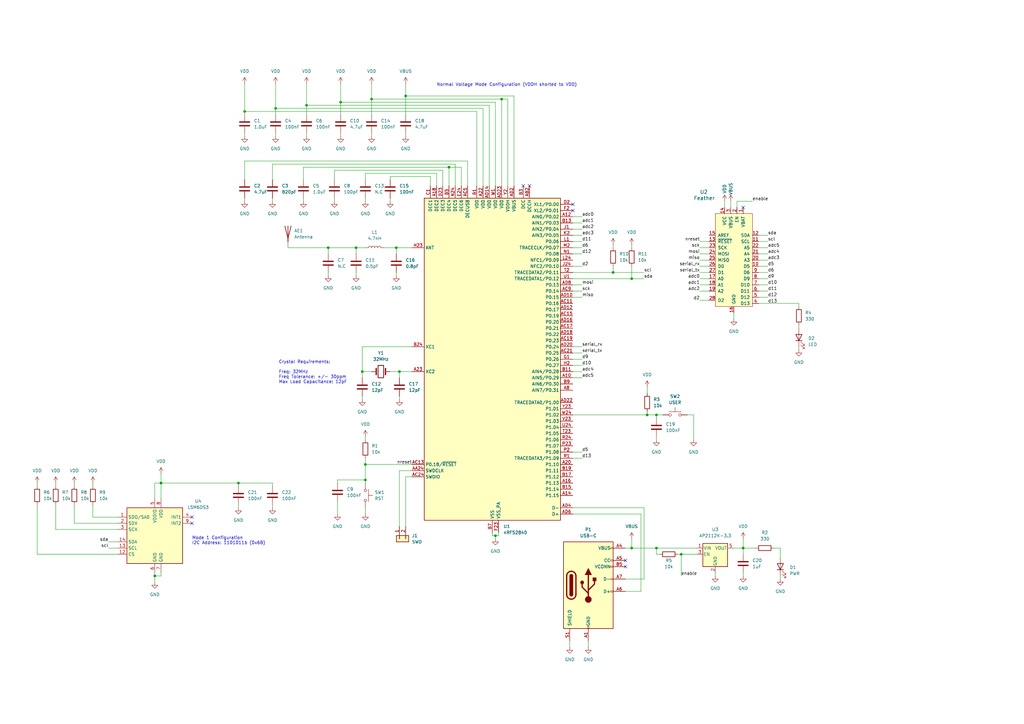
<source format=kicad_sch>
(kicad_sch (version 20211123) (generator eeschema)
  (paper "A3")
  (title_block (title "NRF52840 Dev Board with 2.4 GHz Antenna") (date "2022-05-16") (rev "A") (comment 1 "Author: Natesh Narain"))
  (lib_symbols
    (symbol "Connector:USB_C_Plug_USB2.0" (pin_names (offset 1.016))
      (property "Reference" "P" (at -10.16 19.05 0))
      (property "Value" "USB_C_Plug_USB2.0" (at 12.7 19.05 0))
      (symbol "USB_C_Plug_USB2.0_1_1"
        (pin passive line (at 0 -22.86 90) (length 5.08) (name "GND") (number "A1"))
        (pin passive line (at 0 -22.86 90) (length 5.08) hide (name "GND") (number "A12"))
        (pin passive line (at 15.24 15.24 180) (length 5.08) (name "VBUS") (number "A4"))
        (pin bidirectional line (at 15.24 10.16 180) (length 5.08) (name "CC") (number "A5"))
        (pin bidirectional line (at 15.24 -2.54 180) (length 5.08) (name "D+") (number "A6"))
        (pin bidirectional line (at 15.24 2.54 180) (length 5.08) (name "D-") (number "A7"))
        (pin passive line (at 15.24 15.24 180) (length 5.08) hide (name "VBUS") (number "A9"))
        (pin passive line (at 0 -22.86 90) (length 5.08) hide (name "GND") (number "B1"))
        (pin passive line (at 0 -22.86 90) (length 5.08) hide (name "GND") (number "B12"))
        (pin passive line (at 15.24 15.24 180) (length 5.08) hide (name "VBUS") (number "B4"))
        (pin bidirectional line (at 15.24 7.62 180) (length 5.08) (name "VCONN") (number "B5"))
        (pin passive line (at 15.24 15.24 180) (length 5.08) hide (name "VBUS") (number "B9"))
        (pin passive line (at -7.62 -22.86 90) (length 5.08) (name "SHIELD") (number "S1"))
      )
    )
    (symbol "Connector_Generic:Conn_01x02" (pin_names (offset 1.016) hide)
      (property "Reference" "J" (at 0 2.54 0))
      (property "Value" "Conn_01x02" (at 0 -5.08 0))
      (symbol "Conn_01x02_1_1"
        (pin passive line (at -5.08 0 0) (length 3.81) (name "Pin_1") (number "1"))
        (pin passive line (at -5.08 -2.54 0) (length 3.81) (name "Pin_2") (number "2"))
      )
    )
    (symbol "Device:Antenna" (pin_numbers hide) (pin_names (offset 1.016) hide)
      (property "Reference" "AE" (at -1.905 1.905 0))
      (property "Value" "Antenna" (at -1.905 0 0))
      (symbol "Antenna_1_1"
        (pin input line (at 0 -5.08 90) (length 2.54) (name "A") (number "1"))
      )
    )
    (symbol "Device:C" (pin_numbers hide) (pin_names (offset 0.254))
      (property "Reference" "C" (at 0.635 2.54 0))
      (property "Value" "C" (at 0.635 -2.54 0))
      (symbol "C_1_1"
        (pin passive line (at 0 3.81 270) (length 2.794) (name "~") (number "1"))
        (pin passive line (at 0 -3.81 90) (length 2.794) (name "~") (number "2"))
      )
    )
    (symbol "Device:Crystal" (pin_numbers hide) (pin_names (offset 1.016) hide)
      (property "Reference" "Y" (at 0 3.81 0))
      (property "Value" "Crystal" (at 0 -3.81 0))
      (symbol "Crystal_1_1"
        (pin passive line (at -3.81 0 0) (length 1.27) (name "1") (number "1"))
        (pin passive line (at 3.81 0 180) (length 1.27) (name "2") (number "2"))
      )
    )
    (symbol "Device:L" (pin_numbers hide) (pin_names (offset 1.016) hide)
      (property "Reference" "L" (at -1.27 0 90))
      (property "Value" "L" (at 1.905 0 90))
      (symbol "L_1_1"
        (pin passive line (at 0 3.81 270) (length 1.27) (name "1") (number "1"))
        (pin passive line (at 0 -3.81 90) (length 1.27) (name "2") (number "2"))
      )
    )
    (symbol "Device:LED" (pin_numbers hide) (pin_names (offset 1.016) hide)
      (property "Reference" "D" (at 0 2.54 0))
      (property "Value" "LED" (at 0 -2.54 0))
      (symbol "LED_1_1"
        (pin passive line (at -3.81 0 0) (length 2.54) (name "K") (number "1"))
        (pin passive line (at 3.81 0 180) (length 2.54) (name "A") (number "2"))
      )
    )
    (symbol "Device:R" (pin_numbers hide) (pin_names (offset 0))
      (property "Reference" "R" (at 2.032 0 90))
      (property "Value" "R" (at 0 0 90))
      (symbol "R_1_1"
        (pin passive line (at 0 3.81 270) (length 1.27) (name "~") (number "1"))
        (pin passive line (at 0 -3.81 90) (length 1.27) (name "~") (number "2"))
      )
    )
    (symbol "MCU_Nordic:nRF52840"
      (property "Reference" "U1" (at 4.5594 -68.58 0))
      (property "Value" "nRF52840" (at 4.5594 -71.12 0))
      (symbol "nRF52840_1_1"
        (pin bidirectional line (at 33.02 -7.62 180) (length 5.08) (name "AIN5/P0.29") (number "A10"))
        (pin bidirectional line (at 33.02 58.42 180) (length 5.08) (name "AIN0/P0.02") (number "A12"))
        (pin bidirectional line (at 33.02 -55.88 180) (length 5.08) (name "P1.15") (number "A14"))
        (pin bidirectional line (at 33.02 -50.8 180) (length 5.08) (name "P1.13") (number "A16"))
        (pin passive line (at -22.86 71.12 270) (length 5.08) (name "DEC2") (number "A18"))
        (pin bidirectional line (at 33.02 -43.18 180) (length 5.08) (name "P1.10") (number "A20"))
        (pin power_in line (at -3.81 71.12 270) (length 5.08) (name "VDD") (number "A22"))
        (pin input line (at -33.02 -5.08 0) (length 5.08) (name "XC2") (number "A23"))
        (pin bidirectional line (at 33.02 -12.7 180) (length 5.08) (name "AIN7/P0.31") (number "A8"))
        (pin input line (at -33.02 -45.72 0) (length 5.08) (name "SWDCLK") (number "AA24"))
        (pin power_out line (at 15.24 71.12 270) (length 5.08) (name "DCCH") (number "AB2"))
        (pin bidirectional line (at 33.02 22.86 180) (length 5.08) (name "P0.16") (number "AC11"))
        (pin bidirectional line (at -33.02 -43.18 0) (length 5.08) (name "P0.18/~{RESET}") (number "AC13"))
        (pin bidirectional line (at 33.02 17.78 180) (length 5.08) (name "P0.19") (number "AC15"))
        (pin bidirectional line (at 33.02 12.7 180) (length 5.08) (name "P0.21") (number "AC17"))
        (pin bidirectional line (at 33.02 7.62 180) (length 5.08) (name "P0.23") (number "AC19"))
        (pin bidirectional line (at 33.02 2.54 180) (length 5.08) (name "P0.25") (number "AC21"))
        (pin bidirectional line (at -33.02 -48.26 0) (length 5.08) (name "SWDIO") (number "AC24"))
        (pin passive line (at -10.16 71.12 270) (length 5.08) (name "DECUSB") (number "AC5"))
        (pin bidirectional line (at 33.02 27.94 180) (length 5.08) (name "P0.14") (number "AC9"))
        (pin bidirectional line (at 33.02 25.4 180) (length 5.08) (name "P0.15") (number "AD10"))
        (pin bidirectional line (at 33.02 20.32 180) (length 5.08) (name "P0.17") (number "AD12"))
        (pin passive line (at -1.27 71.12 270) (length 5.08) (name "VDD") (number "AD14"))
        (pin bidirectional line (at 33.02 15.24 180) (length 5.08) (name "P0.20") (number "AD16"))
        (pin bidirectional line (at 33.02 10.16 180) (length 5.08) (name "P0.22") (number "AD18"))
        (pin power_in line (at 8.89 71.12 270) (length 5.08) (name "VBUS") (number "AD2"))
        (pin bidirectional line (at 33.02 5.08 180) (length 5.08) (name "P0.24") (number "AD20"))
        (pin bidirectional line (at 33.02 -17.78 180) (length 5.08) (name "TRACEDATA0/P1.00") (number "AD22"))
        (pin passive line (at 3.81 71.12 270) (length 5.08) (name "VDD") (number "AD23"))
        (pin bidirectional line (at 33.02 -60.96 180) (length 5.08) (name "D-") (number "AD4"))
        (pin bidirectional line (at 33.02 -63.5 180) (length 5.08) (name "D+") (number "AD6"))
        (pin bidirectional line (at 33.02 30.48 180) (length 5.08) (name "P0.13") (number "AD8"))
        (pin power_in line (at -6.35 71.12 270) (length 5.08) (name "VDD") (number "B1"))
        (pin bidirectional line (at 33.02 -5.08 180) (length 5.08) (name "AIN4/P0.28") (number "B11"))
        (pin bidirectional line (at 33.02 55.88 180) (length 5.08) (name "AIN1/P0.03") (number "B13"))
        (pin bidirectional line (at 33.02 -53.34 180) (length 5.08) (name "P1.14") (number "B15"))
        (pin bidirectional line (at 33.02 -48.26 180) (length 5.08) (name "P1.12") (number "B17"))
        (pin bidirectional line (at 33.02 -45.72 180) (length 5.08) (name "P1.11") (number "B19"))
        (pin input line (at -33.02 5.08 0) (length 5.08) (name "XC1") (number "B24"))
        (pin power_out line (at 12.7 71.12 270) (length 5.08) (name "DCC") (number "B3"))
        (pin passive line (at -17.78 71.12 270) (length 5.08) (name "DEC4") (number "B5"))
        (pin power_in line (at 0 -71.12 90) (length 5.08) (name "VSS") (number "B7"))
        (pin bidirectional line (at 33.02 -10.16 180) (length 5.08) (name "AIN6/P0.30") (number "B9"))
        (pin passive line (at -25.4 71.12 270) (length 5.08) (name "DEC1") (number "C1"))
        (pin bidirectional line (at 33.02 63.5 180) (length 5.08) (name "XL1/P0.00") (number "D2"))
        (pin passive line (at -20.32 71.12 270) (length 5.08) (name "DEC3") (number "D23"))
        (pin passive line (at -12.7 71.12 270) (length 5.08) (name "DEC6") (number "E24"))
        (pin passive line (at 0 -71.12 90) (length 5.08) hide (name "VSS") (number "EP"))
        (pin bidirectional line (at 33.02 60.96 180) (length 5.08) (name "XL2/P0.01") (number "F2"))
        (pin power_in line (at 2.54 -71.12 90) (length 5.08) (name "VSS_PA") (number "F23"))
        (pin bidirectional line (at 33.02 0 180) (length 5.08) (name "P0.26") (number "G1"))
        (pin bidirectional line (at 33.02 -2.54 180) (length 5.08) (name "P0.27") (number "H2"))
        (pin passive line (at -33.02 45.72 0) (length 5.08) (name "ANT") (number "H23"))
        (pin bidirectional line (at 33.02 53.34 180) (length 5.08) (name "AIN2/P0.04") (number "J1"))
        (pin bidirectional line (at 33.02 38.1 180) (length 5.08) (name "NFC2/P0.10") (number "J24"))
        (pin bidirectional line (at 33.02 50.8 180) (length 5.08) (name "AIN3/P0.05") (number "K2"))
        (pin bidirectional line (at 33.02 48.26 180) (length 5.08) (name "P0.06") (number "L1"))
        (pin bidirectional line (at 33.02 40.64 180) (length 5.08) (name "NFC1/P0.09") (number "L24"))
        (pin bidirectional line (at 33.02 45.72 180) (length 5.08) (name "TRACECLK/P0.07") (number "M2"))
        (pin bidirectional line (at 33.02 43.18 180) (length 5.08) (name "P0.08") (number "N1"))
        (pin passive line (at -15.24 71.12 270) (length 5.08) (name "DEC5") (number "N24"))
        (pin bidirectional line (at 33.02 -38.1 180) (length 5.08) (name "P1.08") (number "P2"))
        (pin bidirectional line (at 33.02 -35.56 180) (length 5.08) (name "P1.07") (number "P23"))
        (pin bidirectional line (at 33.02 -40.64 180) (length 5.08) (name "TRACEDATA3/P1.09") (number "R1"))
        (pin bidirectional line (at 33.02 -33.02 180) (length 5.08) (name "P1.06") (number "R24"))
        (pin bidirectional line (at 33.02 35.56 180) (length 5.08) (name "TRACEDATA2/P0.11") (number "T2"))
        (pin bidirectional line (at 33.02 -30.48 180) (length 5.08) (name "P1.05") (number "T23"))
        (pin bidirectional line (at 33.02 33.02 180) (length 5.08) (name "TRACEDATA1/P0.12") (number "U1"))
        (pin bidirectional line (at 33.02 -27.94 180) (length 5.08) (name "P1.04") (number "U24"))
        (pin bidirectional line (at 33.02 -25.4 180) (length 5.08) (name "P1.03") (number "V23"))
        (pin passive line (at 1.27 71.12 270) (length 5.08) (name "VDD") (number "W1"))
        (pin bidirectional line (at 33.02 -22.86 180) (length 5.08) (name "P1.02") (number "W24"))
        (pin power_in line (at 6.35 71.12 270) (length 5.08) (name "VDDH") (number "Y2"))
        (pin bidirectional line (at 33.02 -20.32 180) (length 5.08) (name "P1.01") (number "Y23"))
      )
    )
    (symbol "Regulator_Linear:AP2112K-3.3" (pin_names (offset 0.254))
      (property "Reference" "U" (at -5.08 5.715 0))
      (property "Value" "AP2112K-3.3" (at 0 5.715 0))
      (symbol "AP2112K-3.3_1_1"
        (pin power_in line (at -7.62 2.54 0) (length 2.54) (name "VIN") (number "1"))
        (pin power_in line (at 0 -7.62 90) (length 2.54) (name "GND") (number "2"))
        (pin input line (at -7.62 0 0) (length 2.54) (name "EN") (number "3"))
        (pin no_connect line (at 5.08 0 180) (length 2.54) hide (name "NC") (number "4"))
        (pin power_out line (at 7.62 2.54 180) (length 2.54) (name "VOUT") (number "5"))
      )
    )
    (symbol "Sensor_Motion:LSM6DS3"
      (property "Reference" "U" (at -11.43 15.24 0))
      (property "Value" "LSM6DS3" (at -11.43 12.7 0))
      (symbol "LSM6DS3_1_1"
        (pin bidirectional line (at -15.24 7.62 0) (length 3.81) (name "SDO/SA0") (number "1"))
        (pin no_connect line (at 10.16 -5.08 180) (length 3.81) hide (name "NC") (number "10"))
        (pin no_connect line (at 10.16 -2.54 180) (length 3.81) hide (name "NC") (number "11"))
        (pin input line (at -15.24 -7.62 0) (length 3.81) (name "CS") (number "12"))
        (pin input line (at -15.24 -5.08 0) (length 3.81) (name "SCL") (number "13"))
        (pin bidirectional line (at -15.24 -2.54 0) (length 3.81) (name "SDA") (number "14"))
        (pin bidirectional line (at -15.24 5.08 0) (length 3.81) (name "SDX") (number "2"))
        (pin input line (at -15.24 2.54 0) (length 3.81) (name "SCX") (number "3"))
        (pin output line (at 15.24 7.62 180) (length 3.81) (name "INT1") (number "4"))
        (pin power_in line (at 0 15.24 270) (length 3.81) (name "VDDIO") (number "5"))
        (pin power_in line (at 0 -15.24 90) (length 3.81) (name "GND") (number "6"))
        (pin power_in line (at 2.54 -15.24 90) (length 3.81) (name "GND") (number "7"))
        (pin power_in line (at 2.54 15.24 270) (length 3.81) (name "VDD") (number "8"))
        (pin output line (at 15.24 5.08 180) (length 3.81) (name "INT2") (number "9"))
      )
    )
    (symbol "Switch:SW_Push" (pin_numbers hide) (pin_names (offset 1.016) hide)
      (property "Reference" "SW" (at 1.27 2.54 0))
      (property "Value" "SW_Push" (at 0 -1.524 0))
      (symbol "SW_Push_0_1"
        (pin passive line (at -5.08 0 0) (length 2.54) (name "1") (number "1"))
        (pin passive line (at 5.08 0 180) (length 2.54) (name "2") (number "2"))
      )
    )
    (symbol "adafruit:Feather" (pin_names (offset 1.016))
      (property "Reference" "U" (at 10.16 21.59 0))
      (property "Value" "Feather" (at 10.16 24.13 0))
      (symbol "Feather_1_1"
        (pin power_in line (at 3.81 20.32 270) (length 2.54) (name "VBAT") (number "1"))
        (pin bidirectional line (at 10.16 -3.81 180) (length 2.54) (name "D5") (number "10"))
        (pin bidirectional line (at 10.16 6.35 180) (length 2.54) (name "SCL") (number "11"))
        (pin bidirectional line (at 10.16 8.89 180) (length 2.54) (name "SDA") (number "12"))
        (pin input line (at -10.16 6.35 0) (length 2.54) (name "~{RESET}") (number "13"))
        (pin power_in line (at -3.81 20.32 270) (length 2.54) (name "VCC") (number "14"))
        (pin input line (at -10.16 8.89 0) (length 2.54) (name "AREF") (number "15"))
        (pin power_out line (at 0 -22.86 90) (length 2.54) (name "GND") (number "16"))
        (pin bidirectional line (at -10.16 -8.89 0) (length 2.54) (name "A0") (number "17"))
        (pin bidirectional line (at -10.16 -11.43 0) (length 2.54) (name "A1") (number "18"))
        (pin bidirectional line (at -10.16 -13.97 0) (length 2.54) (name "A2") (number "19"))
        (pin input line (at 1.27 20.32 270) (length 2.54) (name "EN") (number "2"))
        (pin bidirectional line (at 10.16 -1.27 180) (length 2.54) (name "A3") (number "20"))
        (pin bidirectional line (at 10.16 1.27 180) (length 2.54) (name "A4") (number "21"))
        (pin bidirectional line (at 10.16 3.81 180) (length 2.54) (name "A5") (number "22"))
        (pin bidirectional line (at -10.16 3.81 0) (length 2.54) (name "SCK") (number "23"))
        (pin bidirectional line (at -10.16 1.27 0) (length 2.54) (name "MOSI") (number "24"))
        (pin bidirectional line (at -10.16 -1.27 0) (length 2.54) (name "MISO") (number "25"))
        (pin bidirectional line (at -10.16 -3.81 0) (length 2.54) (name "D0") (number "26"))
        (pin bidirectional line (at -10.16 -6.35 0) (length 2.54) (name "D1") (number "27"))
        (pin bidirectional line (at -10.16 -17.78 0) (length 2.54) (name "D2") (number "28"))
        (pin power_out line (at -1.27 20.32 270) (length 2.54) (name "VBUS") (number "3"))
        (pin bidirectional line (at 10.16 -19.05 180) (length 2.54) (name "D13") (number "4"))
        (pin bidirectional line (at 10.16 -16.51 180) (length 2.54) (name "D12") (number "5"))
        (pin bidirectional line (at 10.16 -13.97 180) (length 2.54) (name "D11") (number "6"))
        (pin bidirectional line (at 10.16 -11.43 180) (length 2.54) (name "D10") (number "7"))
        (pin bidirectional line (at 10.16 -8.89 180) (length 2.54) (name "D9") (number "8"))
        (pin bidirectional line (at 10.16 -6.35 180) (length 2.54) (name "D6") (number "9"))
      )
    )
    (symbol "power:GND" (power) (pin_names (offset 0))
      (property "Value" "GND" (at 0 -3.81 0))
      (symbol "GND_1_1"
        (pin power_in line (at 0 0 270) (length 0) hide (name "GND") (number "1"))
      )
    )
    (symbol "power:VBUS" (power) (pin_names (offset 0))
      (property "Value" "VBUS" (at 0 3.81 0))
      (symbol "VBUS_1_1"
        (pin power_in line (at 0 0 90) (length 0) hide (name "VBUS") (number "1"))
      )
    )
    (symbol "power:VDD" (power) (pin_names (offset 0))
      (property "Value" "VDD" (at 0 3.81 0))
      (symbol "VDD_1_1"
        (pin power_in line (at 0 0 90) (length 0) hide (name "VDD") (number "1"))
      )
    )
  )
  (junction (at 162.56 101.6))
  (junction (at 148.59 152.4))
  (junction (at 149.86 190.5))
  (junction (at 97.79 198.12))
  (junction (at 265.43 170.18))
  (junction (at 139.7 41.91))
  (junction (at 134.62 101.6))
  (junction (at 259.08 114.3))
  (junction (at 125.73 43.18))
  (junction (at 149.86 196.85))
  (junction (at 152.4 40.64))
  (junction (at 205.74 40.64))
  (junction (at 63.5 236.22))
  (junction (at 304.8 224.79))
  (junction (at 146.05 101.6))
  (junction (at 203.2 219.71))
  (junction (at 166.37 39.37))
  (junction (at 251.46 111.76))
  (junction (at 269.24 224.79))
  (junction (at 113.03 44.45))
  (junction (at 66.04 198.12))
  (junction (at 184.15 68.58))
  (junction (at 279.4 227.33))
  (junction (at 269.24 170.18))
  (junction (at 259.08 224.79))
  (junction (at 163.83 152.4))
  (junction (at 100.33 45.72))
  (no_connect (at 78.74 214.63))
  (no_connect (at 78.74 212.09))
  (no_connect (at 217.17 76.2))
  (no_connect (at 234.95 83.82))
  (no_connect (at 234.95 86.36))
  (no_connect (at 304.8 85.09))
  (no_connect (at 214.63 76.2))
  (no_connect (at 256.54 232.41))
  (no_connect (at 256.54 229.87))
  (wire (pts (xy 15.24 227.33) (xy 48.26 227.33)))
  (wire (pts (xy 279.4 227.33) (xy 285.75 227.33)))
  (wire (pts (xy 320.04 224.79) (xy 320.04 228.6)))
  (wire (pts (xy 234.95 88.9) (xy 238.76 88.9)))
  (wire (pts (xy 234.95 93.98) (xy 238.76 93.98)))
  (wire (pts (xy 317.5 224.79) (xy 320.04 224.79)))
  (wire (pts (xy 234.95 121.92) (xy 238.76 121.92)))
  (wire (pts (xy 200.66 43.18) (xy 125.73 43.18)))
  (wire (pts (xy 201.93 219.71) (xy 203.2 219.71)))
  (wire (pts (xy 63.5 198.12) (xy 66.04 198.12)))
  (wire (pts (xy 15.24 198.12) (xy 15.24 199.39)))
  (wire (pts (xy 264.16 208.28) (xy 264.16 237.49)))
  (wire (pts (xy 100.33 34.29) (xy 100.33 45.72)))
  (wire (pts (xy 311.15 124.46) (xy 327.66 124.46)))
  (wire (pts (xy 256.54 224.79) (xy 259.08 224.79)))
  (wire (pts (xy 66.04 198.12) (xy 66.04 204.47)))
  (wire (pts (xy 166.37 54.61) (xy 166.37 55.88)))
  (wire (pts (xy 259.08 100.33) (xy 259.08 101.6)))
  (wire (pts (xy 44.45 224.79) (xy 48.26 224.79)))
  (wire (pts (xy 163.83 152.4) (xy 168.91 152.4)))
  (wire (pts (xy 137.16 81.28) (xy 137.16 82.55)))
  (wire (pts (xy 66.04 194.31) (xy 66.04 198.12)))
  (wire (pts (xy 146.05 101.6) (xy 146.05 104.14)))
  (wire (pts (xy 259.08 109.22) (xy 259.08 114.3)))
  (wire (pts (xy 234.95 96.52) (xy 238.76 96.52)))
  (wire (pts (xy 200.66 76.2) (xy 200.66 43.18)))
  (wire (pts (xy 269.24 227.33) (xy 269.24 224.79)))
  (wire (pts (xy 38.1 212.09) (xy 38.1 207.01)))
  (wire (pts (xy 163.83 162.56) (xy 163.83 163.83)))
  (wire (pts (xy 311.15 114.3) (xy 314.96 114.3)))
  (wire (pts (xy 311.15 104.14) (xy 314.96 104.14)))
  (wire (pts (xy 287.02 109.22) (xy 290.83 109.22)))
  (wire (pts (xy 311.15 101.6) (xy 314.96 101.6)))
  (wire (pts (xy 287.02 111.76) (xy 290.83 111.76)))
  (wire (pts (xy 149.86 196.85) (xy 149.86 190.5)))
  (wire (pts (xy 210.82 39.37) (xy 166.37 39.37)))
  (wire (pts (xy 38.1 198.12) (xy 38.1 199.39)))
  (wire (pts (xy 124.46 81.28) (xy 124.46 82.55)))
  (wire (pts (xy 269.24 170.18) (xy 269.24 171.45)))
  (wire (pts (xy 152.4 34.29) (xy 152.4 40.64)))
  (wire (pts (xy 168.91 101.6) (xy 162.56 101.6)))
  (wire (pts (xy 184.15 68.58) (xy 184.15 76.2)))
  (wire (pts (xy 311.15 119.38) (xy 314.96 119.38)))
  (wire (pts (xy 100.33 45.72) (xy 100.33 46.99)))
  (wire (pts (xy 63.5 198.12) (xy 63.5 204.47)))
  (wire (pts (xy 148.59 142.24) (xy 148.59 152.4)))
  (wire (pts (xy 320.04 236.22) (xy 320.04 237.49)))
  (wire (pts (xy 138.43 205.74) (xy 138.43 210.82)))
  (wire (pts (xy 66.04 236.22) (xy 63.5 236.22)))
  (wire (pts (xy 259.08 220.98) (xy 259.08 224.79)))
  (wire (pts (xy 304.8 224.79) (xy 304.8 227.33)))
  (wire (pts (xy 111.76 81.28) (xy 111.76 82.55)))
  (wire (pts (xy 284.48 170.18) (xy 284.48 180.34)))
  (wire (pts (xy 234.95 116.84) (xy 238.76 116.84)))
  (wire (pts (xy 168.91 193.04) (xy 163.83 193.04)))
  (wire (pts (xy 311.15 111.76) (xy 314.96 111.76)))
  (wire (pts (xy 134.62 101.6) (xy 134.62 104.14)))
  (wire (pts (xy 204.47 219.71) (xy 203.2 219.71)))
  (wire (pts (xy 234.95 149.86) (xy 238.76 149.86)))
  (wire (pts (xy 234.95 210.82) (xy 262.89 210.82)))
  (wire (pts (xy 234.95 187.96) (xy 238.76 187.96)))
  (wire (pts (xy 118.11 100.33) (xy 118.11 101.6)))
  (wire (pts (xy 113.03 44.45) (xy 113.03 46.99)))
  (wire (pts (xy 311.15 116.84) (xy 314.96 116.84)))
  (wire (pts (xy 269.24 170.18) (xy 271.78 170.18)))
  (wire (pts (xy 304.8 220.98) (xy 304.8 224.79)))
  (wire (pts (xy 157.48 101.6) (xy 162.56 101.6)))
  (wire (pts (xy 166.37 195.58) (xy 166.37 215.9)))
  (wire (pts (xy 234.95 208.28) (xy 264.16 208.28)))
  (wire (pts (xy 138.43 196.85) (xy 149.86 196.85)))
  (wire (pts (xy 100.33 81.28) (xy 100.33 82.55)))
  (wire (pts (xy 160.02 72.39) (xy 160.02 73.66)))
  (wire (pts (xy 15.24 227.33) (xy 15.24 207.01)))
  (wire (pts (xy 302.26 82.55) (xy 302.26 85.09)))
  (wire (pts (xy 251.46 111.76) (xy 264.16 111.76)))
  (wire (pts (xy 113.03 34.29) (xy 113.03 44.45)))
  (wire (pts (xy 160.02 81.28) (xy 160.02 82.55)))
  (wire (pts (xy 181.61 76.2) (xy 181.61 69.85)))
  (wire (pts (xy 111.76 207.01) (xy 111.76 208.28)))
  (wire (pts (xy 299.72 82.55) (xy 299.72 85.09)))
  (wire (pts (xy 66.04 234.95) (xy 66.04 236.22)))
  (wire (pts (xy 30.48 198.12) (xy 30.48 199.39)))
  (wire (pts (xy 265.43 168.91) (xy 265.43 170.18)))
  (wire (pts (xy 149.86 101.6) (xy 146.05 101.6)))
  (wire (pts (xy 139.7 34.29) (xy 139.7 41.91)))
  (wire (pts (xy 287.02 99.06) (xy 290.83 99.06)))
  (wire (pts (xy 163.83 193.04) (xy 163.83 215.9)))
  (wire (pts (xy 22.86 198.12) (xy 22.86 199.39)))
  (wire (pts (xy 203.2 76.2) (xy 203.2 41.91)))
  (wire (pts (xy 234.95 142.24) (xy 238.76 142.24)))
  (wire (pts (xy 195.58 76.2) (xy 195.58 45.72)))
  (wire (pts (xy 149.86 71.12) (xy 149.86 73.66)))
  (wire (pts (xy 201.93 218.44) (xy 201.93 219.71)))
  (wire (pts (xy 63.5 234.95) (xy 63.5 236.22)))
  (wire (pts (xy 198.12 76.2) (xy 198.12 44.45)))
  (wire (pts (xy 327.66 124.46) (xy 327.66 125.73)))
  (wire (pts (xy 166.37 39.37) (xy 166.37 46.99)))
  (wire (pts (xy 149.86 187.96) (xy 149.86 190.5)))
  (wire (pts (xy 311.15 109.22) (xy 314.96 109.22)))
  (wire (pts (xy 203.2 41.91) (xy 139.7 41.91)))
  (wire (pts (xy 137.16 69.85) (xy 137.16 73.66)))
  (wire (pts (xy 204.47 218.44) (xy 204.47 219.71)))
  (wire (pts (xy 166.37 34.29) (xy 166.37 39.37)))
  (wire (pts (xy 300.99 128.27) (xy 300.99 130.81)))
  (wire (pts (xy 168.91 142.24) (xy 148.59 142.24)))
  (wire (pts (xy 234.95 101.6) (xy 238.76 101.6)))
  (wire (pts (xy 152.4 54.61) (xy 152.4 55.88)))
  (wire (pts (xy 186.69 67.31) (xy 111.76 67.31)))
  (wire (pts (xy 139.7 41.91) (xy 139.7 46.99)))
  (wire (pts (xy 311.15 106.68) (xy 314.96 106.68)))
  (wire (pts (xy 269.24 179.07) (xy 269.24 180.34)))
  (wire (pts (xy 139.7 54.61) (xy 139.7 55.88)))
  (wire (pts (xy 264.16 237.49) (xy 256.54 237.49)))
  (wire (pts (xy 100.33 66.04) (xy 100.33 73.66)))
  (wire (pts (xy 269.24 224.79) (xy 285.75 224.79)))
  (wire (pts (xy 97.79 198.12) (xy 66.04 198.12)))
  (wire (pts (xy 234.95 185.42) (xy 238.76 185.42)))
  (wire (pts (xy 234.95 111.76) (xy 251.46 111.76)))
  (wire (pts (xy 278.13 227.33) (xy 279.4 227.33)))
  (wire (pts (xy 124.46 68.58) (xy 124.46 73.66)))
  (wire (pts (xy 149.86 198.12) (xy 149.86 196.85)))
  (wire (pts (xy 163.83 152.4) (xy 163.83 154.94)))
  (wire (pts (xy 287.02 123.19) (xy 290.83 123.19)))
  (wire (pts (xy 179.07 76.2) (xy 179.07 71.12)))
  (wire (pts (xy 241.3 262.89) (xy 241.3 265.43)))
  (wire (pts (xy 293.37 234.95) (xy 293.37 236.22)))
  (wire (pts (xy 186.69 76.2) (xy 186.69 67.31)))
  (wire (pts (xy 160.02 152.4) (xy 163.83 152.4)))
  (wire (pts (xy 149.86 179.07) (xy 149.86 180.34)))
  (wire (pts (xy 234.95 144.78) (xy 238.76 144.78)))
  (wire (pts (xy 304.8 234.95) (xy 304.8 236.22)))
  (wire (pts (xy 279.4 227.33) (xy 279.4 236.22)))
  (wire (pts (xy 134.62 101.6) (xy 118.11 101.6)))
  (wire (pts (xy 146.05 101.6) (xy 134.62 101.6)))
  (wire (pts (xy 191.77 66.04) (xy 100.33 66.04)))
  (wire (pts (xy 297.18 82.55) (xy 297.18 85.09)))
  (wire (pts (xy 125.73 34.29) (xy 125.73 43.18)))
  (wire (pts (xy 149.86 81.28) (xy 149.86 82.55)))
  (wire (pts (xy 302.26 82.55) (xy 308.61 82.55)))
  (wire (pts (xy 152.4 40.64) (xy 152.4 46.99)))
  (wire (pts (xy 148.59 152.4) (xy 148.59 154.94)))
  (wire (pts (xy 195.58 45.72) (xy 100.33 45.72)))
  (wire (pts (xy 311.15 96.52) (xy 314.96 96.52)))
  (wire (pts (xy 287.02 101.6) (xy 290.83 101.6)))
  (wire (pts (xy 287.02 116.84) (xy 290.83 116.84)))
  (wire (pts (xy 191.77 76.2) (xy 191.77 66.04)))
  (wire (pts (xy 148.59 162.56) (xy 148.59 163.83)))
  (wire (pts (xy 234.95 104.14) (xy 238.76 104.14)))
  (wire (pts (xy 203.2 219.71) (xy 203.2 220.98)))
  (wire (pts (xy 327.66 142.24) (xy 327.66 143.51)))
  (wire (pts (xy 97.79 207.01) (xy 97.79 208.28)))
  (wire (pts (xy 111.76 198.12) (xy 97.79 198.12)))
  (wire (pts (xy 304.8 224.79) (xy 309.88 224.79)))
  (wire (pts (xy 162.56 101.6) (xy 162.56 104.14)))
  (wire (pts (xy 138.43 196.85) (xy 138.43 198.12)))
  (wire (pts (xy 63.5 236.22) (xy 63.5 238.76)))
  (wire (pts (xy 189.23 76.2) (xy 189.23 68.58)))
  (wire (pts (xy 281.94 170.18) (xy 284.48 170.18)))
  (wire (pts (xy 208.28 40.64) (xy 205.74 40.64)))
  (wire (pts (xy 160.02 72.39) (xy 176.53 72.39)))
  (wire (pts (xy 234.95 114.3) (xy 259.08 114.3)))
  (wire (pts (xy 97.79 199.39) (xy 97.79 198.12)))
  (wire (pts (xy 149.86 208.28) (xy 149.86 210.82)))
  (wire (pts (xy 270.51 227.33) (xy 269.24 227.33)))
  (wire (pts (xy 265.43 170.18) (xy 269.24 170.18)))
  (wire (pts (xy 311.15 99.06) (xy 314.96 99.06)))
  (wire (pts (xy 149.86 190.5) (xy 168.91 190.5)))
  (wire (pts (xy 125.73 43.18) (xy 125.73 46.99)))
  (wire (pts (xy 176.53 76.2) (xy 176.53 72.39)))
  (wire (pts (xy 287.02 119.38) (xy 290.83 119.38)))
  (wire (pts (xy 208.28 76.2) (xy 208.28 40.64)))
  (wire (pts (xy 111.76 199.39) (xy 111.76 198.12)))
  (wire (pts (xy 287.02 106.68) (xy 290.83 106.68)))
  (wire (pts (xy 234.95 170.18) (xy 265.43 170.18)))
  (wire (pts (xy 287.02 114.3) (xy 290.83 114.3)))
  (wire (pts (xy 30.48 214.63) (xy 30.48 207.01)))
  (wire (pts (xy 100.33 54.61) (xy 100.33 55.88)))
  (wire (pts (xy 179.07 71.12) (xy 149.86 71.12)))
  (wire (pts (xy 48.26 217.17) (xy 22.86 217.17)))
  (wire (pts (xy 234.95 109.22) (xy 238.76 109.22)))
  (wire (pts (xy 205.74 76.2) (xy 205.74 40.64)))
  (wire (pts (xy 134.62 111.76) (xy 134.62 113.03)))
  (wire (pts (xy 265.43 158.75) (xy 265.43 161.29)))
  (wire (pts (xy 234.95 147.32) (xy 238.76 147.32)))
  (wire (pts (xy 233.68 262.89) (xy 233.68 265.43)))
  (wire (pts (xy 146.05 111.76) (xy 146.05 113.03)))
  (wire (pts (xy 181.61 69.85) (xy 137.16 69.85)))
  (wire (pts (xy 234.95 152.4) (xy 238.76 152.4)))
  (wire (pts (xy 48.26 212.09) (xy 38.1 212.09)))
  (wire (pts (xy 168.91 195.58) (xy 166.37 195.58)))
  (wire (pts (xy 162.56 111.76) (xy 162.56 113.03)))
  (wire (pts (xy 287.02 104.14) (xy 290.83 104.14)))
  (wire (pts (xy 234.95 154.94) (xy 238.76 154.94)))
  (wire (pts (xy 234.95 91.44) (xy 238.76 91.44)))
  (wire (pts (xy 189.23 68.58) (xy 184.15 68.58)))
  (wire (pts (xy 152.4 152.4) (xy 148.59 152.4)))
  (wire (pts (xy 210.82 76.2) (xy 210.82 39.37)))
  (wire (pts (xy 251.46 100.33) (xy 251.46 101.6)))
  (wire (pts (xy 44.45 222.25) (xy 48.26 222.25)))
  (wire (pts (xy 259.08 224.79) (xy 269.24 224.79)))
  (wire (pts (xy 234.95 119.38) (xy 238.76 119.38)))
  (wire (pts (xy 22.86 217.17) (xy 22.86 207.01)))
  (wire (pts (xy 111.76 67.31) (xy 111.76 73.66)))
  (wire (pts (xy 48.26 214.63) (xy 30.48 214.63)))
  (wire (pts (xy 113.03 44.45) (xy 198.12 44.45)))
  (wire (pts (xy 124.46 68.58) (xy 184.15 68.58)))
  (wire (pts (xy 125.73 54.61) (xy 125.73 55.88)))
  (wire (pts (xy 300.99 224.79) (xy 304.8 224.79)))
  (wire (pts (xy 311.15 121.92) (xy 314.96 121.92)))
  (wire (pts (xy 259.08 114.3) (xy 264.16 114.3)))
  (wire (pts (xy 234.95 99.06) (xy 238.76 99.06)))
  (wire (pts (xy 205.74 40.64) (xy 152.4 40.64)))
  (wire (pts (xy 262.89 242.57) (xy 256.54 242.57)))
  (wire (pts (xy 262.89 210.82) (xy 262.89 242.57)))
  (wire (pts (xy 113.03 54.61) (xy 113.03 55.88)))
  (wire (pts (xy 251.46 109.22) (xy 251.46 111.76)))
  (wire (pts (xy 327.66 133.35) (xy 327.66 134.62)))
  (text "Mode 1 Configuration\nI2C Address: 1101011b (0x6B)" (at 78.74 223.52 0) (effects (font (size 1.27 1.27)) (justify left bottom)))
  (text "Crystal Requirements:\n\nFreq: 32MHz\nFreq Tolerance: +/- 30ppm\nMax Load Capacitance: 12pF" (at 114.3 157.48 0) (effects (font (size 1.27 1.27)) (justify left bottom)))
  (text "Normal Voltage Mode Configuration (VDDH shorted to VDD)" (at 179.07 35.56 0) (effects (font (size 1.27 1.27)) (justify left bottom)))
  (label "sda" (at 44.45 222.25 180))
  (label "adc2" (at 287.02 119.38 180))
  (label "scl" (at 44.45 224.79 180))
  (label "nreset" (at 287.02 99.06 180))
  (label "mosi" (at 238.76 116.84 0))
  (label "sda" (at 264.16 114.3 0))
  (label "scl" (at 264.16 111.76 0))
  (label "adc1" (at 238.76 91.44 0))
  (label "adc4" (at 238.76 152.4 0))
  (label "d2" (at 238.76 109.22 0))
  (label "sda" (at 314.96 96.52 0))
  (label "serial_rx" (at 238.76 142.24 0))
  (label "d5" (at 314.96 109.22 0))
  (label "d6" (at 314.96 111.76 0))
  (label "d13" (at 314.96 124.46 0))
  (label "d9" (at 238.76 147.32 0))
  (label "serial_rx" (at 287.02 109.22 180))
  (label "mosi" (at 287.02 104.14 180))
  (label "miso" (at 238.76 121.92 0))
  (label "scl" (at 314.96 99.06 0))
  (label "d11" (at 238.76 99.06 0))
  (label "adc0" (at 238.76 88.9 0))
  (label "serial_tx" (at 238.76 144.78 0))
  (label "nreset" (at 168.91 190.5 180))
  (label "d11" (at 314.96 119.38 0))
  (label "enable" (at 308.61 82.55 0))
  (label "serial_tx" (at 287.02 111.76 180))
  (label "sck" (at 238.76 119.38 0))
  (label "miso" (at 287.02 106.68 180))
  (label "adc0" (at 287.02 114.3 180))
  (label "d9" (at 314.96 114.3 0))
  (label "adc3" (at 314.96 106.68 0))
  (label "adc3" (at 238.76 96.52 0))
  (label "d10" (at 314.96 116.84 0))
  (label "d10" (at 238.76 149.86 0))
  (label "adc5" (at 238.76 154.94 0))
  (label "d2" (at 287.02 123.19 180))
  (label "d5" (at 238.76 185.42 0))
  (label "adc5" (at 314.96 101.6 0))
  (label "adc1" (at 287.02 116.84 180))
  (label "d12" (at 238.76 104.14 0))
  (label "d6" (at 238.76 101.6 0))
  (label "sck" (at 287.02 101.6 180))
  (label "adc2" (at 238.76 93.98 0))
  (label "d12" (at 314.96 121.92 0))
  (label "enable" (at 279.4 236.22 0))
  (label "d13" (at 238.76 187.96 0))
  (label "adc4" (at 314.96 104.14 0))
  (symbol (lib_id "Device:C") (at 111.76 77.47 0) (unit 1)
    (property "Reference" "C3" (at 115.57 76.1999 0) (effects (justify left)))
    (property "Value" "820pF" (at 115.57 78.7399 0) (effects (justify left)))
    (property "Footprint" "Capacitor_SMD:C_0402_1005Metric" (effects hide))
  )
  (symbol (lib_id "power:GND") (at 97.79 208.28 0) (unit 1)
    (property "Reference" "#PWR045" (effects hide))
    (property "Value" "GND" (at 97.79 213.36 0))
  )
  (symbol (lib_id "Regulator_Linear:AP2112K-3.3") (at 293.37 227.33 0) (unit 1)
    (property "Reference" "U3" (at 293.37 217.17 0))
    (property "Value" "AP2112K-3.3" (at 293.37 219.71 0))
    (property "Footprint" "Package_TO_SOT_SMD:SOT-23-5" (effects hide))
    (property "Datasheet" "https://www.diodes.com/assets/Datasheets/AP2112.pdf" (effects hide))
    (property "LCSC" "C51118" (effects hide))
  )
  (symbol (lib_id "Device:R") (at 251.46 105.41 0) (unit 1)
    (property "Reference" "R10" (at 254 104.1399 0) (effects (justify left)))
    (property "Value" "10k" (at 254 106.6799 0) (effects (justify left)))
    (property "Footprint" "Capacitor_SMD:C_0402_1005Metric" (effects hide))
  )
  (symbol (lib_id "power:VDD") (at 304.8 220.98 0) (unit 1)
    (property "Reference" "#PWR0101" (effects hide))
    (property "Value" "VDD" (at 304.8 215.9 0))
  )
  (symbol (lib_id "Device:R") (at 313.69 224.79 90) (unit 1)
    (property "Reference" "R2" (at 313.69 218.44 90))
    (property "Value" "330" (at 313.69 220.98 90))
    (property "Footprint" "Resistor_SMD:R_0402_1005Metric" (effects hide))
  )
  (symbol (lib_id "Device:C") (at 163.83 158.75 0) (unit 1)
    (property "Reference" "C17" (at 167.64 157.4799 0) (effects (justify left)))
    (property "Value" "12pF" (at 167.64 160.0199 0) (effects (justify left)))
    (property "Footprint" "Capacitor_SMD:C_0402_1005Metric" (effects hide))
  )
  (symbol (lib_id "power:GND") (at 139.7 55.88 0) (unit 1)
    (property "Reference" "#PWR016" (effects hide))
    (property "Value" "GND" (at 139.7 60.96 0))
  )
  (symbol (lib_id "power:VDD") (at 152.4 34.29 0) (unit 1)
    (property "Reference" "#PWR022" (effects hide))
    (property "Value" "VDD" (at 152.4 29.21 0))
  )
  (symbol (lib_id "MCU_Nordic:nRF52840") (at 201.93 147.32 0) (unit 1)
    (property "Reference" "U1" (at 206.4894 215.9 0) (effects (justify left)))
    (property "Value" "nRF52840" (at 206.4894 218.44 0) (effects (justify left)))
    (property "Footprint" "Package_DFN_QFN:Nordic_AQFN-73-1EP_7x7mm_P0.5mm" (effects hide))
    (property "Datasheet" "http://infocenter.nordicsemi.com/topic/com.nordic.infocenter.nrf52/dita/nrf52/chips/nrf52840.html" (effects hide))
    (property "LCSC" "C190794" (effects hide))
  )
  (symbol (lib_id "power:GND") (at 146.05 113.03 0) (unit 1)
    (property "Reference" "#PWR017" (effects hide))
    (property "Value" "GND" (at 146.05 118.11 0))
  )
  (symbol (lib_id "Device:R") (at 265.43 165.1 0) (unit 1)
    (property "Reference" "R3" (at 267.97 163.8299 0) (effects (justify left)))
    (property "Value" "10k" (at 267.97 166.3699 0) (effects (justify left)))
    (property "Footprint" "Resistor_SMD:R_0402_1005Metric" (effects hide))
  )
  (symbol (lib_id "power:VDD") (at 265.43 158.75 0) (unit 1)
    (property "Reference" "#PWR033" (effects hide))
    (property "Value" "VDD" (at 265.43 153.67 0))
  )
  (symbol (lib_id "power:GND") (at 162.56 113.03 0) (unit 1)
    (property "Reference" "#PWR025" (effects hide))
    (property "Value" "GND" (at 162.56 118.11 0))
  )
  (symbol (lib_id "power:VDD") (at 38.1 198.12 0) (unit 1)
    (property "Reference" "#PWR042" (effects hide))
    (property "Value" "VDD" (at 38.1 193.04 0))
  )
  (symbol (lib_id "Device:Antenna") (at 118.11 95.25 0) (unit 1)
    (property "Reference" "AE1" (at 120.65 94.6149 0) (effects (justify left)))
    (property "Value" "Antenna" (at 120.65 97.1549 0) (effects (justify left)))
    (property "Footprint" "RF_Antenna:Texas_SWRA117D_2.4GHz_Right" (effects hide))
  )
  (symbol (lib_id "power:VDD") (at 66.04 194.31 0) (unit 1)
    (property "Reference" "#PWR044" (effects hide))
    (property "Value" "VDD" (at 66.04 189.23 0))
  )
  (symbol (lib_id "Device:C") (at 100.33 50.8 0) (unit 1)
    (property "Reference" "C1" (at 104.14 49.5299 0) (effects (justify left)))
    (property "Value" "1.0uF" (at 104.14 52.0699 0) (effects (justify left)))
    (property "Footprint" "Capacitor_SMD:C_0402_1005Metric" (effects hide))
  )
  (symbol (lib_id "power:VDD") (at 15.24 198.12 0) (unit 1)
    (property "Reference" "#PWR010" (effects hide))
    (property "Value" "VDD" (at 15.24 193.04 0))
  )
  (symbol (lib_id "Device:C") (at 149.86 77.47 0) (unit 1)
    (property "Reference" "C13" (at 153.67 76.1999 0) (effects (justify left)))
    (property "Value" "N.C" (at 153.67 78.7399 0) (effects (justify left)))
    (property "Footprint" "Capacitor_SMD:C_0402_1005Metric" (effects hide))
  )
  (symbol (lib_id "Device:C") (at 162.56 107.95 0) (unit 1)
    (property "Reference" "C16" (at 166.37 106.6799 0) (effects (justify left)))
    (property "Value" "0.8pF" (at 166.37 109.2199 0) (effects (justify left)))
    (property "Footprint" "Capacitor_SMD:C_0402_1005Metric" (effects hide))
  )
  (symbol (lib_id "power:VDD") (at 125.73 34.29 0) (unit 1)
    (property "Reference" "#PWR08" (effects hide))
    (property "Value" "VDD" (at 125.73 29.21 0))
  )
  (symbol (lib_id "Device:R") (at 38.1 203.2 0) (unit 1)
    (property "Reference" "R9" (at 40.64 201.9299 0) (effects (justify left)))
    (property "Value" "10k" (at 40.64 204.4699 0) (effects (justify left)))
    (property "Footprint" "Capacitor_SMD:C_0402_1005Metric" (effects hide))
  )
  (symbol (lib_id "power:VBUS") (at 299.72 82.55 0) (unit 1)
    (property "Reference" "#PWR037" (effects hide))
    (property "Value" "VBUS" (at 299.72 77.47 90))
  )
  (symbol (lib_id "power:GND") (at 111.76 208.28 0) (unit 1)
    (property "Reference" "#PWR046" (effects hide))
    (property "Value" "GND" (at 111.76 213.36 0))
  )
  (symbol (lib_id "Device:LED") (at 320.04 232.41 90) (unit 1)
    (property "Reference" "D1" (at 323.85 232.7274 90) (effects (justify right)))
    (property "Value" "PWR" (at 323.85 235.2674 90) (effects (justify right)))
    (property "Footprint" "LED_SMD:LED_0603_1608Metric" (effects hide))
    (property "LCSC" "C2286" (effects hide))
  )
  (symbol (lib_id "power:VDD") (at 113.03 34.29 0) (unit 1)
    (property "Reference" "#PWR05" (effects hide))
    (property "Value" "VDD" (at 113.03 29.21 0))
  )
  (symbol (lib_id "power:GND") (at 125.73 55.88 0) (unit 1)
    (property "Reference" "#PWR09" (effects hide))
    (property "Value" "GND" (at 125.73 60.96 0))
  )
  (symbol (lib_id "power:VDD") (at 149.86 179.07 0) (unit 1)
    (property "Reference" "#PWR020" (effects hide))
    (property "Value" "VDD" (at 149.86 173.99 0))
  )
  (symbol (lib_id "power:GND") (at 304.8 236.22 0) (unit 1)
    (property "Reference" "#PWR0103" (effects hide))
    (property "Value" "GND" (at 304.8 241.3 0))
  )
  (symbol (lib_id "Device:C") (at 304.8 231.14 0) (unit 1)
    (property "Reference" "C20" (at 308.61 229.8699 0) (effects (justify left)))
    (property "Value" "1uF" (at 308.61 232.4099 0) (effects (justify left)))
    (property "Footprint" "Capacitor_SMD:C_0402_1005Metric" (effects hide))
  )
  (symbol (lib_id "power:GND") (at 100.33 55.88 0) (unit 1)
    (property "Reference" "#PWR02" (effects hide))
    (property "Value" "GND" (at 100.33 60.96 0))
  )
  (symbol (lib_id "adafruit:Feather") (at 300.99 105.41 0) (unit 1)
    (property "Reference" "U2" (at 287.02 78.74 0) (effects (font (size 1.524 1.524)) (justify left)))
    (property "Value" "Feather" (at 284.48 81.28 0) (effects (font (size 1.524 1.524)) (justify left)))
    (property "Footprint" "adafruit:Feather_Main" (effects hide))
  )
  (symbol (lib_id "power:GND") (at 241.3 265.43 0) (unit 1)
    (property "Reference" "#PWR036" (effects hide))
    (property "Value" "GND" (at 241.3 270.51 0))
  )
  (symbol (lib_id "power:GND") (at 166.37 55.88 0) (unit 1)
    (property "Reference" "#PWR028" (effects hide))
    (property "Value" "GND" (at 166.37 60.96 0))
  )
  (symbol (lib_id "power:VDD") (at 30.48 198.12 0) (unit 1)
    (property "Reference" "#PWR030" (effects hide))
    (property "Value" "VDD" (at 30.48 193.04 0))
  )
  (symbol (lib_id "Device:C") (at 97.79 203.2 0) (unit 1)
    (property "Reference" "C21" (at 101.6 201.9299 0) (effects (justify left)))
    (property "Value" "100nF" (at 101.6 204.4699 0) (effects (justify left)))
    (property "Footprint" "Capacitor_SMD:C_0402_1005Metric" (effects hide))
  )
  (symbol (lib_id "power:GND") (at 160.02 82.55 0) (unit 1)
    (property "Reference" "#PWR024" (effects hide))
    (property "Value" "GND" (at 160.02 87.63 0))
  )
  (symbol (lib_id "power:GND") (at 100.33 82.55 0) (unit 1)
    (property "Reference" "#PWR03" (effects hide))
    (property "Value" "GND" (at 100.33 87.63 0))
  )
  (symbol (lib_id "Device:C") (at 137.16 77.47 0) (unit 1)
    (property "Reference" "C8" (at 140.97 76.1999 0) (effects (justify left)))
    (property "Value" "100pF" (at 140.97 78.7399 0) (effects (justify left)))
    (property "Footprint" "Capacitor_SMD:C_0402_1005Metric" (effects hide))
  )
  (symbol (lib_id "Device:C") (at 152.4 50.8 0) (unit 1)
    (property "Reference" "C14" (at 156.21 49.5299 0) (effects (justify left)))
    (property "Value" "100nF" (at 156.21 52.0699 0) (effects (justify left)))
    (property "Footprint" "Capacitor_SMD:C_0402_1005Metric" (effects hide))
  )
  (symbol (lib_id "power:GND") (at 149.86 210.82 0) (unit 1)
    (property "Reference" "#PWR021" (effects hide))
    (property "Value" "GND" (at 149.86 215.9 0))
  )
  (symbol (lib_id "power:VBUS") (at 166.37 34.29 0) (unit 1)
    (property "Reference" "#PWR027" (effects hide))
    (property "Value" "VBUS" (at 166.37 29.21 0))
  )
  (symbol (lib_id "Connector:USB_C_Plug_USB2.0") (at 241.3 240.03 0) (unit 1)
    (property "Reference" "P1" (at 241.3 217.17 0))
    (property "Value" "USB-C" (at 241.3 219.71 0))
    (property "Footprint" "USB-C-Connectors:TYPE-C-31-M-04" (effects hide))
    (property "Datasheet" "https://www.usb.org/sites/default/files/documents/usb_type-c.zip" (effects hide))
  )
  (symbol (lib_id "Device:C") (at 113.03 50.8 0) (unit 1)
    (property "Reference" "C4" (at 116.84 49.5299 0) (effects (justify left)))
    (property "Value" "100nF" (at 116.84 52.0699 0) (effects (justify left)))
    (property "Footprint" "Capacitor_SMD:C_0402_1005Metric" (effects hide))
  )
  (symbol (lib_id "power:GND") (at 293.37 236.22 0) (unit 1)
    (property "Reference" "#PWR0102" (effects hide))
    (property "Value" "GND" (at 293.37 241.3 0))
  )
  (symbol (lib_id "power:GND") (at 269.24 180.34 0) (unit 1)
    (property "Reference" "#PWR034" (effects hide))
    (property "Value" "GND" (at 269.24 185.42 0))
  )
  (symbol (lib_id "power:GND") (at 124.46 82.55 0) (unit 1)
    (property "Reference" "#PWR07" (effects hide))
    (property "Value" "GND" (at 124.46 87.63 0))
  )
  (symbol (lib_id "power:GND") (at 113.03 55.88 0) (unit 1)
    (property "Reference" "#PWR06" (effects hide))
    (property "Value" "GND" (at 113.03 60.96 0))
  )
  (symbol (lib_id "power:GND") (at 203.2 220.98 0) (unit 1)
    (property "Reference" "#PWR029" (effects hide))
    (property "Value" "GND" (at 203.2 226.06 0))
  )
  (symbol (lib_id "Switch:SW_Push") (at 276.86 170.18 0) (unit 1)
    (property "Reference" "SW2" (at 276.86 162.56 0))
    (property "Value" "USER" (at 276.86 165.1 0))
    (property "Footprint" "tactile-switches:TS-1088-AR02016" (effects hide))
  )
  (symbol (lib_id "Device:R") (at 149.86 184.15 0) (unit 1)
    (property "Reference" "R1" (at 152.4 182.8799 0) (effects (justify left)))
    (property "Value" "10k" (at 152.4 185.4199 0) (effects (justify left)))
    (property "Footprint" "Resistor_SMD:R_0402_1005Metric" (effects hide))
  )
  (symbol (lib_id "Device:R") (at 274.32 227.33 90) (unit 1)
    (property "Reference" "R5" (at 274.32 229.87 90))
    (property "Value" "10k" (at 274.32 232.41 90))
    (property "Footprint" "Resistor_SMD:R_0402_1005Metric" (effects hide))
  )
  (symbol (lib_id "power:GND") (at 134.62 113.03 0) (unit 1)
    (property "Reference" "#PWR012" (effects hide))
    (property "Value" "GND" (at 134.62 118.11 0))
  )
  (symbol (lib_id "power:VDD") (at 251.46 100.33 0) (unit 1)
    (property "Reference" "#PWR047" (effects hide))
    (property "Value" "VDD" (at 251.46 95.25 0))
  )
  (symbol (lib_id "Connector_Generic:Conn_01x02") (at 163.83 220.98 90) (mirror x) (unit 1)
    (property "Reference" "J1" (at 168.91 219.7099 90) (effects (justify right)))
    (property "Value" "SWD" (at 168.91 222.2499 90) (effects (justify right)))
    (property "Footprint" "Connector_PinHeader_2.54mm:PinHeader_1x02_P2.54mm_Vertical" (effects hide))
  )
  (symbol (lib_id "power:GND") (at 163.83 163.83 0) (unit 1)
    (property "Reference" "#PWR026" (effects hide))
    (property "Value" "GND" (at 163.83 168.91 0))
  )
  (symbol (lib_id "Device:C") (at 146.05 107.95 0) (unit 1)
    (property "Reference" "C11" (at 149.86 106.6799 0) (effects (justify left)))
    (property "Value" "0.5pF" (at 149.86 109.2199 0) (effects (justify left)))
    (property "Footprint" "Capacitor_SMD:C_0402_1005Metric" (effects hide))
  )
  (symbol (lib_id "Sensor_Motion:LSM6DS3") (at 63.5 219.71 0) (unit 1)
    (property "Reference" "U4" (at 81.28 205.5112 0))
    (property "Value" "LSM6DS3" (at 81.28 208.0512 0))
    (property "Footprint" "Package_LGA:LGA-14_3x2.5mm_P0.5mm_LayoutBorder3x4y" (effects hide))
    (property "Datasheet" "https://datasheet.lcsc.com/lcsc/1810010519_STMicroelectronics-LSM6DS3TR_C95230.pdf" (effects hide))
    (property "LCSC" "C95230" (effects hide))
  )
  (symbol (lib_id "Device:Crystal") (at 156.21 152.4 0) (unit 1)
    (property "Reference" "Y1" (at 156.21 144.78 0))
    (property "Value" "32MHz" (at 156.21 147.32 0))
    (property "Footprint" "Crystal:Crystal_SMD_2016-4Pin_2.0x1.6mm" (effects hide))
    (property "Datasheet" "https://datasheet.lcsc.com/lcsc/1810170930_Seiko-Epson-Q22FA1280002500_C187794.pdf" (effects hide))
    (property "LCSC" "C187794" (effects hide))
  )
  (symbol (lib_id "power:VDD") (at 22.86 198.12 0) (unit 1)
    (property "Reference" "#PWR011" (effects hide))
    (property "Value" "VDD" (at 22.86 193.04 0))
  )
  (symbol (lib_id "Device:C") (at 148.59 158.75 0) (unit 1)
    (property "Reference" "C12" (at 152.4 157.4799 0) (effects (justify left)))
    (property "Value" "12pF" (at 152.4 160.0199 0) (effects (justify left)))
    (property "Footprint" "Capacitor_SMD:C_0402_1005Metric" (effects hide))
  )
  (symbol (lib_id "power:GND") (at 137.16 82.55 0) (unit 1)
    (property "Reference" "#PWR013" (effects hide))
    (property "Value" "GND" (at 137.16 87.63 0))
  )
  (symbol (lib_id "power:VDD") (at 100.33 34.29 0) (unit 1)
    (property "Reference" "#PWR01" (effects hide))
    (property "Value" "VDD" (at 100.33 29.21 0))
  )
  (symbol (lib_id "power:GND") (at 111.76 82.55 0) (unit 1)
    (property "Reference" "#PWR04" (effects hide))
    (property "Value" "GND" (at 111.76 87.63 0))
  )
  (symbol (lib_id "Device:R") (at 22.86 203.2 0) (unit 1)
    (property "Reference" "R7" (at 25.4 201.9299 0) (effects (justify left)))
    (property "Value" "10k" (at 25.4 204.4699 0) (effects (justify left)))
    (property "Footprint" "Capacitor_SMD:C_0402_1005Metric" (effects hide))
  )
  (symbol (lib_id "power:GND") (at 149.86 82.55 0) (unit 1)
    (property "Reference" "#PWR019" (effects hide))
    (property "Value" "GND" (at 149.86 87.63 0))
  )
  (symbol (lib_id "Device:C") (at 111.76 203.2 0) (unit 1)
    (property "Reference" "C22" (at 115.57 201.9299 0) (effects (justify left)))
    (property "Value" "100nF" (at 115.57 204.4699 0) (effects (justify left)))
    (property "Footprint" "Capacitor_SMD:C_0402_1005Metric" (effects hide))
  )
  (symbol (lib_id "Device:C") (at 139.7 50.8 0) (unit 1)
    (property "Reference" "C10" (at 143.51 49.5299 0) (effects (justify left)))
    (property "Value" "4.7uF" (at 143.51 52.0699 0) (effects (justify left)))
    (property "Footprint" "Capacitor_SMD:C_0402_1005Metric" (effects hide))
  )
  (symbol (lib_id "Device:L") (at 153.67 101.6 90) (unit 1)
    (property "Reference" "L1" (at 153.67 95.25 90))
    (property "Value" "4.7nH" (at 153.67 97.79 90))
    (property "Footprint" "Inductor_SMD:L_0402_1005Metric" (effects hide))
  )
  (symbol (lib_id "Device:C") (at 138.43 201.93 0) (unit 1)
    (property "Reference" "C9" (at 142.24 200.6599 0) (effects (justify left)))
    (property "Value" "100nF" (at 142.24 203.1999 0) (effects (justify left)))
    (property "Footprint" "Capacitor_SMD:C_0402_1005Metric" (effects hide))
  )
  (symbol (lib_id "power:GND") (at 63.5 238.76 0) (unit 1)
    (property "Reference" "#PWR043" (effects hide))
    (property "Value" "GND" (at 63.5 243.84 0))
  )
  (symbol (lib_id "Device:C") (at 166.37 50.8 0) (unit 1)
    (property "Reference" "C18" (at 170.18 49.5299 0) (effects (justify left)))
    (property "Value" "4.7uF" (at 170.18 52.0699 0) (effects (justify left)))
    (property "Footprint" "Capacitor_SMD:C_0402_1005Metric" (effects hide))
  )
  (symbol (lib_id "Device:C") (at 269.24 175.26 0) (unit 1)
    (property "Reference" "C19" (at 273.05 173.9899 0) (effects (justify left)))
    (property "Value" "100nF" (at 273.05 176.5299 0) (effects (justify left)))
    (property "Footprint" "Capacitor_SMD:C_0402_1005Metric" (effects hide))
  )
  (symbol (lib_id "power:VDD") (at 297.18 82.55 0) (unit 1)
    (property "Reference" "#PWR035" (effects hide))
    (property "Value" "VDD" (at 297.18 77.47 90))
  )
  (symbol (lib_id "Device:R") (at 327.66 129.54 0) (unit 1)
    (property "Reference" "R4" (at 330.2 128.2699 0) (effects (justify left)))
    (property "Value" "330" (at 330.2 130.8099 0) (effects (justify left)))
    (property "Footprint" "Resistor_SMD:R_0402_1005Metric" (effects hide))
  )
  (symbol (lib_id "power:GND") (at 327.66 143.51 0) (unit 1)
    (property "Reference" "#PWR041" (effects hide))
    (property "Value" "GND" (at 327.66 148.59 0))
  )
  (symbol (lib_id "power:GND") (at 300.99 130.81 0) (unit 1)
    (property "Reference" "#PWR038" (effects hide))
    (property "Value" "GND" (at 300.99 135.89 0))
  )
  (symbol (lib_id "power:GND") (at 284.48 180.34 0) (unit 1)
    (property "Reference" "#PWR039" (effects hide))
    (property "Value" "GND" (at 284.48 185.42 0))
  )
  (symbol (lib_id "Device:C") (at 125.73 50.8 0) (unit 1)
    (property "Reference" "C6" (at 129.54 49.5299 0) (effects (justify left)))
    (property "Value" "100nF" (at 129.54 52.0699 0) (effects (justify left)))
    (property "Footprint" "Capacitor_SMD:C_0402_1005Metric" (effects hide))
  )
  (symbol (lib_id "Device:C") (at 100.33 77.47 0) (unit 1)
    (property "Reference" "C2" (at 104.14 76.1999 0) (effects (justify left)))
    (property "Value" "4.7uF" (at 104.14 78.7399 0) (effects (justify left)))
    (property "Footprint" "Capacitor_SMD:C_0402_1005Metric" (effects hide))
  )
  (symbol (lib_id "power:GND") (at 320.04 237.49 0) (unit 1)
    (property "Reference" "#PWR031" (effects hide))
    (property "Value" "GND" (at 320.04 242.57 0))
  )
  (symbol (lib_id "power:GND") (at 152.4 55.88 0) (unit 1)
    (property "Reference" "#PWR023" (effects hide))
    (property "Value" "GND" (at 152.4 60.96 0))
  )
  (symbol (lib_id "Switch:SW_Push") (at 149.86 203.2 270) (unit 1)
    (property "Reference" "SW1" (at 153.67 201.9299 90) (effects (justify left)))
    (property "Value" "RST" (at 153.67 204.4699 90) (effects (justify left)))
    (property "Footprint" "tactile-switches:TS-1088-AR02016" (effects hide))
  )
  (symbol (lib_id "power:VDD") (at 259.08 100.33 0) (unit 1)
    (property "Reference" "#PWR048" (effects hide))
    (property "Value" "VDD" (at 259.08 95.25 0))
  )
  (symbol (lib_id "power:VDD") (at 139.7 34.29 0) (unit 1)
    (property "Reference" "#PWR015" (effects hide))
    (property "Value" "VDD" (at 139.7 29.21 0))
  )
  (symbol (lib_id "Device:R") (at 15.24 203.2 0) (unit 1)
    (property "Reference" "R6" (at 17.78 201.9299 0) (effects (justify left)))
    (property "Value" "10k" (at 17.78 204.4699 0) (effects (justify left)))
    (property "Footprint" "Capacitor_SMD:C_0402_1005Metric" (effects hide))
  )
  (symbol (lib_id "power:GND") (at 148.59 163.83 0) (unit 1)
    (property "Reference" "#PWR018" (effects hide))
    (property "Value" "GND" (at 148.59 168.91 0))
  )
  (symbol (lib_id "Device:LED") (at 327.66 138.43 90) (unit 1)
    (property "Reference" "D2" (at 331.47 138.7474 90) (effects (justify right)))
    (property "Value" "LED" (at 331.47 141.2874 90) (effects (justify right)))
    (property "Footprint" "LED_SMD:LED_0603_1608Metric" (effects hide))
    (property "LCSC" "C72041" (effects hide))
  )
  (symbol (lib_id "Device:C") (at 160.02 77.47 0) (unit 1)
    (property "Reference" "C15" (at 163.83 76.1999 0) (effects (justify left)))
    (property "Value" "100nF" (at 163.83 78.7399 0) (effects (justify left)))
    (property "Footprint" "Capacitor_SMD:C_0402_1005Metric" (effects hide))
  )
  (symbol (lib_id "Device:C") (at 134.62 107.95 0) (unit 1)
    (property "Reference" "C7" (at 138.43 106.6799 0) (effects (justify left)))
    (property "Value" "N.C" (at 138.43 109.2199 0) (effects (justify left)))
    (property "Footprint" "Capacitor_SMD:C_0402_1005Metric" (effects hide))
  )
  (symbol (lib_id "power:GND") (at 138.43 210.82 0) (unit 1)
    (property "Reference" "#PWR014" (effects hide))
    (property "Value" "GND" (at 138.43 215.9 0))
  )
  (symbol (lib_id "Device:R") (at 30.48 203.2 0) (unit 1)
    (property "Reference" "R8" (at 33.02 201.9299 0) (effects (justify left)))
    (property "Value" "10k" (at 33.02 204.4699 0) (effects (justify left)))
    (property "Footprint" "Capacitor_SMD:C_0402_1005Metric" (effects hide))
  )
  (symbol (lib_id "Device:R") (at 259.08 105.41 0) (unit 1)
    (property "Reference" "R11" (at 261.62 104.1399 0) (effects (justify left)))
    (property "Value" "10k" (at 261.62 106.6799 0) (effects (justify left)))
    (property "Footprint" "Capacitor_SMD:C_0402_1005Metric" (effects hide))
  )
  (symbol (lib_id "Device:C") (at 124.46 77.47 0) (unit 1)
    (property "Reference" "C5" (at 128.27 76.1999 0) (effects (justify left)))
    (property "Value" "1.0uF" (at 128.27 78.7399 0) (effects (justify left)))
    (property "Footprint" "Capacitor_SMD:C_0402_1005Metric" (effects hide))
  )
  (symbol (lib_id "power:VBUS") (at 259.08 220.98 0) (unit 1)
    (property "Reference" "#PWR032" (effects hide))
    (property "Value" "VBUS" (at 259.08 215.9 0))
  )
  (symbol (lib_id "power:GND") (at 233.68 265.43 0) (unit 1)
    (property "Reference" "#PWR040" (effects hide))
    (property "Value" "GND" (at 233.68 270.51 0))
  )
)
</source>
